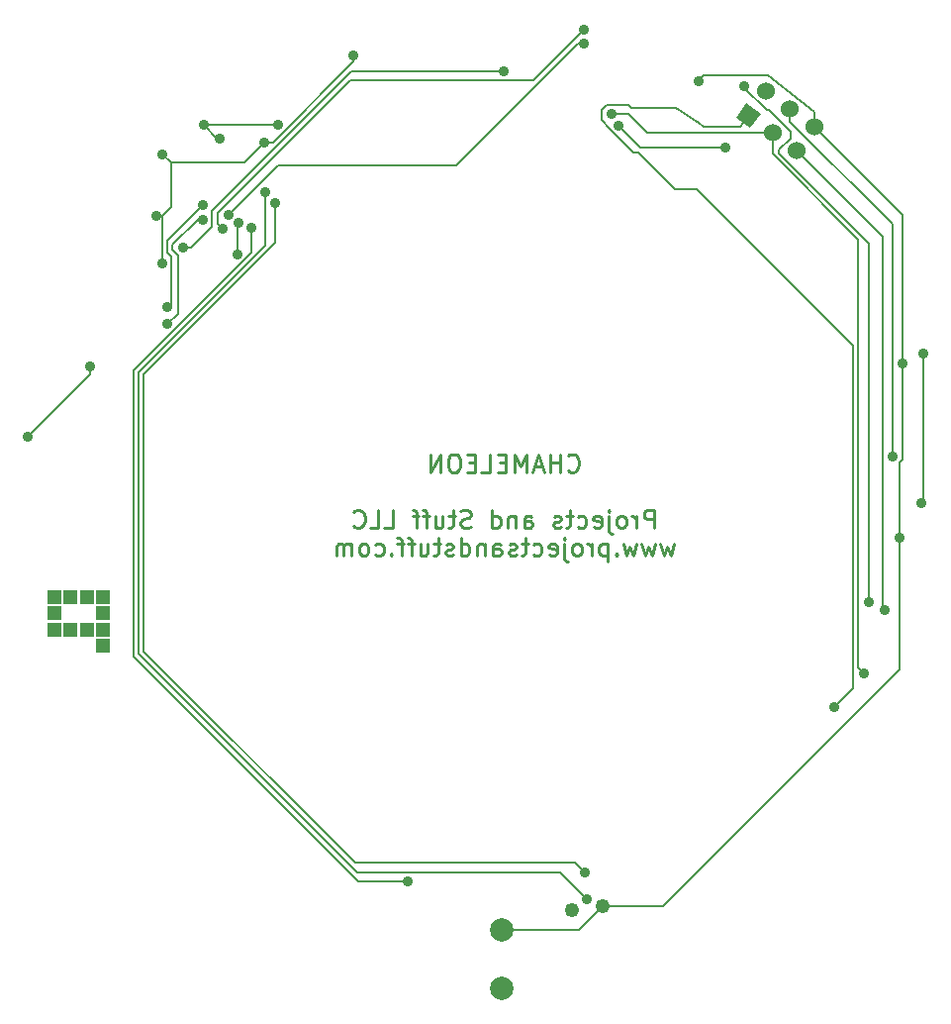
<source format=gbl>
G04 (created by PCBNEW-RS274X (2012-01-19 BZR 3256)-stable) date 12/30/2012 11:34:10 PM*
G01*
G70*
G90*
%MOIN*%
G04 Gerber Fmt 3.4, Leading zero omitted, Abs format*
%FSLAX34Y34*%
G04 APERTURE LIST*
%ADD10C,0.006000*%
%ADD11C,0.009800*%
%ADD12C,0.060000*%
%ADD13R,0.047200X0.047200*%
%ADD14C,0.049200*%
%ADD15C,0.078700*%
%ADD16C,0.035000*%
%ADD17C,0.008000*%
G04 APERTURE END LIST*
G54D10*
G54D11*
X41434Y-38139D02*
X41463Y-38167D01*
X41549Y-38196D01*
X41606Y-38196D01*
X41691Y-38167D01*
X41749Y-38110D01*
X41777Y-38053D01*
X41806Y-37939D01*
X41806Y-37853D01*
X41777Y-37739D01*
X41749Y-37682D01*
X41691Y-37624D01*
X41606Y-37596D01*
X41549Y-37596D01*
X41463Y-37624D01*
X41434Y-37653D01*
X41177Y-38196D02*
X41177Y-37596D01*
X41177Y-37882D02*
X40834Y-37882D01*
X40834Y-38196D02*
X40834Y-37596D01*
X40577Y-38024D02*
X40291Y-38024D01*
X40634Y-38196D02*
X40434Y-37596D01*
X40234Y-38196D01*
X40034Y-38196D02*
X40034Y-37596D01*
X39834Y-38024D01*
X39634Y-37596D01*
X39634Y-38196D01*
X39348Y-37882D02*
X39148Y-37882D01*
X39062Y-38196D02*
X39348Y-38196D01*
X39348Y-37596D01*
X39062Y-37596D01*
X38519Y-38196D02*
X38805Y-38196D01*
X38805Y-37596D01*
X38319Y-37882D02*
X38119Y-37882D01*
X38033Y-38196D02*
X38319Y-38196D01*
X38319Y-37596D01*
X38033Y-37596D01*
X37662Y-37596D02*
X37548Y-37596D01*
X37490Y-37624D01*
X37433Y-37682D01*
X37405Y-37796D01*
X37405Y-37996D01*
X37433Y-38110D01*
X37490Y-38167D01*
X37548Y-38196D01*
X37662Y-38196D01*
X37719Y-38167D01*
X37776Y-38110D01*
X37805Y-37996D01*
X37805Y-37796D01*
X37776Y-37682D01*
X37719Y-37624D01*
X37662Y-37596D01*
X37147Y-38196D02*
X37147Y-37596D01*
X36804Y-38196D01*
X36804Y-37596D01*
X44334Y-40072D02*
X44334Y-39472D01*
X44106Y-39472D01*
X44048Y-39500D01*
X44020Y-39529D01*
X43991Y-39586D01*
X43991Y-39672D01*
X44020Y-39729D01*
X44048Y-39758D01*
X44106Y-39786D01*
X44334Y-39786D01*
X43734Y-40072D02*
X43734Y-39672D01*
X43734Y-39786D02*
X43706Y-39729D01*
X43677Y-39700D01*
X43620Y-39672D01*
X43563Y-39672D01*
X43277Y-40072D02*
X43335Y-40043D01*
X43363Y-40015D01*
X43392Y-39958D01*
X43392Y-39786D01*
X43363Y-39729D01*
X43335Y-39700D01*
X43277Y-39672D01*
X43192Y-39672D01*
X43135Y-39700D01*
X43106Y-39729D01*
X43077Y-39786D01*
X43077Y-39958D01*
X43106Y-40015D01*
X43135Y-40043D01*
X43192Y-40072D01*
X43277Y-40072D01*
X42820Y-39672D02*
X42820Y-40186D01*
X42849Y-40243D01*
X42906Y-40272D01*
X42934Y-40272D01*
X42820Y-39472D02*
X42849Y-39500D01*
X42820Y-39529D01*
X42792Y-39500D01*
X42820Y-39472D01*
X42820Y-39529D01*
X42306Y-40043D02*
X42363Y-40072D01*
X42477Y-40072D01*
X42534Y-40043D01*
X42563Y-39986D01*
X42563Y-39758D01*
X42534Y-39700D01*
X42477Y-39672D01*
X42363Y-39672D01*
X42306Y-39700D01*
X42277Y-39758D01*
X42277Y-39815D01*
X42563Y-39872D01*
X41763Y-40043D02*
X41820Y-40072D01*
X41934Y-40072D01*
X41992Y-40043D01*
X42020Y-40015D01*
X42049Y-39958D01*
X42049Y-39786D01*
X42020Y-39729D01*
X41992Y-39700D01*
X41934Y-39672D01*
X41820Y-39672D01*
X41763Y-39700D01*
X41592Y-39672D02*
X41363Y-39672D01*
X41506Y-39472D02*
X41506Y-39986D01*
X41478Y-40043D01*
X41420Y-40072D01*
X41363Y-40072D01*
X41192Y-40043D02*
X41135Y-40072D01*
X41020Y-40072D01*
X40963Y-40043D01*
X40935Y-39986D01*
X40935Y-39958D01*
X40963Y-39900D01*
X41020Y-39872D01*
X41106Y-39872D01*
X41163Y-39843D01*
X41192Y-39786D01*
X41192Y-39758D01*
X41163Y-39700D01*
X41106Y-39672D01*
X41020Y-39672D01*
X40963Y-39700D01*
X39963Y-40072D02*
X39963Y-39758D01*
X39992Y-39700D01*
X40049Y-39672D01*
X40163Y-39672D01*
X40220Y-39700D01*
X39963Y-40043D02*
X40020Y-40072D01*
X40163Y-40072D01*
X40220Y-40043D01*
X40249Y-39986D01*
X40249Y-39929D01*
X40220Y-39872D01*
X40163Y-39843D01*
X40020Y-39843D01*
X39963Y-39815D01*
X39677Y-39672D02*
X39677Y-40072D01*
X39677Y-39729D02*
X39649Y-39700D01*
X39591Y-39672D01*
X39506Y-39672D01*
X39449Y-39700D01*
X39420Y-39758D01*
X39420Y-40072D01*
X38877Y-40072D02*
X38877Y-39472D01*
X38877Y-40043D02*
X38934Y-40072D01*
X39048Y-40072D01*
X39106Y-40043D01*
X39134Y-40015D01*
X39163Y-39958D01*
X39163Y-39786D01*
X39134Y-39729D01*
X39106Y-39700D01*
X39048Y-39672D01*
X38934Y-39672D01*
X38877Y-39700D01*
X38163Y-40043D02*
X38077Y-40072D01*
X37934Y-40072D01*
X37877Y-40043D01*
X37848Y-40015D01*
X37820Y-39958D01*
X37820Y-39900D01*
X37848Y-39843D01*
X37877Y-39815D01*
X37934Y-39786D01*
X38048Y-39758D01*
X38106Y-39729D01*
X38134Y-39700D01*
X38163Y-39643D01*
X38163Y-39586D01*
X38134Y-39529D01*
X38106Y-39500D01*
X38048Y-39472D01*
X37906Y-39472D01*
X37820Y-39500D01*
X37649Y-39672D02*
X37420Y-39672D01*
X37563Y-39472D02*
X37563Y-39986D01*
X37535Y-40043D01*
X37477Y-40072D01*
X37420Y-40072D01*
X36963Y-39672D02*
X36963Y-40072D01*
X37220Y-39672D02*
X37220Y-39986D01*
X37192Y-40043D01*
X37134Y-40072D01*
X37049Y-40072D01*
X36992Y-40043D01*
X36963Y-40015D01*
X36763Y-39672D02*
X36534Y-39672D01*
X36677Y-40072D02*
X36677Y-39558D01*
X36649Y-39500D01*
X36591Y-39472D01*
X36534Y-39472D01*
X36420Y-39672D02*
X36191Y-39672D01*
X36334Y-40072D02*
X36334Y-39558D01*
X36306Y-39500D01*
X36248Y-39472D01*
X36191Y-39472D01*
X35248Y-40072D02*
X35534Y-40072D01*
X35534Y-39472D01*
X34762Y-40072D02*
X35048Y-40072D01*
X35048Y-39472D01*
X34219Y-40015D02*
X34248Y-40043D01*
X34334Y-40072D01*
X34391Y-40072D01*
X34476Y-40043D01*
X34534Y-39986D01*
X34562Y-39929D01*
X34591Y-39815D01*
X34591Y-39729D01*
X34562Y-39615D01*
X34534Y-39558D01*
X34476Y-39500D01*
X34391Y-39472D01*
X34334Y-39472D01*
X34248Y-39500D01*
X34219Y-39529D01*
X45006Y-40610D02*
X44892Y-41010D01*
X44778Y-40724D01*
X44663Y-41010D01*
X44549Y-40610D01*
X44377Y-40610D02*
X44263Y-41010D01*
X44149Y-40724D01*
X44034Y-41010D01*
X43920Y-40610D01*
X43748Y-40610D02*
X43634Y-41010D01*
X43520Y-40724D01*
X43405Y-41010D01*
X43291Y-40610D01*
X43062Y-40953D02*
X43034Y-40981D01*
X43062Y-41010D01*
X43091Y-40981D01*
X43062Y-40953D01*
X43062Y-41010D01*
X42776Y-40610D02*
X42776Y-41210D01*
X42776Y-40638D02*
X42719Y-40610D01*
X42605Y-40610D01*
X42548Y-40638D01*
X42519Y-40667D01*
X42490Y-40724D01*
X42490Y-40896D01*
X42519Y-40953D01*
X42548Y-40981D01*
X42605Y-41010D01*
X42719Y-41010D01*
X42776Y-40981D01*
X42233Y-41010D02*
X42233Y-40610D01*
X42233Y-40724D02*
X42205Y-40667D01*
X42176Y-40638D01*
X42119Y-40610D01*
X42062Y-40610D01*
X41776Y-41010D02*
X41834Y-40981D01*
X41862Y-40953D01*
X41891Y-40896D01*
X41891Y-40724D01*
X41862Y-40667D01*
X41834Y-40638D01*
X41776Y-40610D01*
X41691Y-40610D01*
X41634Y-40638D01*
X41605Y-40667D01*
X41576Y-40724D01*
X41576Y-40896D01*
X41605Y-40953D01*
X41634Y-40981D01*
X41691Y-41010D01*
X41776Y-41010D01*
X41319Y-40610D02*
X41319Y-41124D01*
X41348Y-41181D01*
X41405Y-41210D01*
X41433Y-41210D01*
X41319Y-40410D02*
X41348Y-40438D01*
X41319Y-40467D01*
X41291Y-40438D01*
X41319Y-40410D01*
X41319Y-40467D01*
X40805Y-40981D02*
X40862Y-41010D01*
X40976Y-41010D01*
X41033Y-40981D01*
X41062Y-40924D01*
X41062Y-40696D01*
X41033Y-40638D01*
X40976Y-40610D01*
X40862Y-40610D01*
X40805Y-40638D01*
X40776Y-40696D01*
X40776Y-40753D01*
X41062Y-40810D01*
X40262Y-40981D02*
X40319Y-41010D01*
X40433Y-41010D01*
X40491Y-40981D01*
X40519Y-40953D01*
X40548Y-40896D01*
X40548Y-40724D01*
X40519Y-40667D01*
X40491Y-40638D01*
X40433Y-40610D01*
X40319Y-40610D01*
X40262Y-40638D01*
X40091Y-40610D02*
X39862Y-40610D01*
X40005Y-40410D02*
X40005Y-40924D01*
X39977Y-40981D01*
X39919Y-41010D01*
X39862Y-41010D01*
X39691Y-40981D02*
X39634Y-41010D01*
X39519Y-41010D01*
X39462Y-40981D01*
X39434Y-40924D01*
X39434Y-40896D01*
X39462Y-40838D01*
X39519Y-40810D01*
X39605Y-40810D01*
X39662Y-40781D01*
X39691Y-40724D01*
X39691Y-40696D01*
X39662Y-40638D01*
X39605Y-40610D01*
X39519Y-40610D01*
X39462Y-40638D01*
X38919Y-41010D02*
X38919Y-40696D01*
X38948Y-40638D01*
X39005Y-40610D01*
X39119Y-40610D01*
X39176Y-40638D01*
X38919Y-40981D02*
X38976Y-41010D01*
X39119Y-41010D01*
X39176Y-40981D01*
X39205Y-40924D01*
X39205Y-40867D01*
X39176Y-40810D01*
X39119Y-40781D01*
X38976Y-40781D01*
X38919Y-40753D01*
X38633Y-40610D02*
X38633Y-41010D01*
X38633Y-40667D02*
X38605Y-40638D01*
X38547Y-40610D01*
X38462Y-40610D01*
X38405Y-40638D01*
X38376Y-40696D01*
X38376Y-41010D01*
X37833Y-41010D02*
X37833Y-40410D01*
X37833Y-40981D02*
X37890Y-41010D01*
X38004Y-41010D01*
X38062Y-40981D01*
X38090Y-40953D01*
X38119Y-40896D01*
X38119Y-40724D01*
X38090Y-40667D01*
X38062Y-40638D01*
X38004Y-40610D01*
X37890Y-40610D01*
X37833Y-40638D01*
X37576Y-40981D02*
X37519Y-41010D01*
X37404Y-41010D01*
X37347Y-40981D01*
X37319Y-40924D01*
X37319Y-40896D01*
X37347Y-40838D01*
X37404Y-40810D01*
X37490Y-40810D01*
X37547Y-40781D01*
X37576Y-40724D01*
X37576Y-40696D01*
X37547Y-40638D01*
X37490Y-40610D01*
X37404Y-40610D01*
X37347Y-40638D01*
X37147Y-40610D02*
X36918Y-40610D01*
X37061Y-40410D02*
X37061Y-40924D01*
X37033Y-40981D01*
X36975Y-41010D01*
X36918Y-41010D01*
X36461Y-40610D02*
X36461Y-41010D01*
X36718Y-40610D02*
X36718Y-40924D01*
X36690Y-40981D01*
X36632Y-41010D01*
X36547Y-41010D01*
X36490Y-40981D01*
X36461Y-40953D01*
X36261Y-40610D02*
X36032Y-40610D01*
X36175Y-41010D02*
X36175Y-40496D01*
X36147Y-40438D01*
X36089Y-40410D01*
X36032Y-40410D01*
X35918Y-40610D02*
X35689Y-40610D01*
X35832Y-41010D02*
X35832Y-40496D01*
X35804Y-40438D01*
X35746Y-40410D01*
X35689Y-40410D01*
X35489Y-40953D02*
X35461Y-40981D01*
X35489Y-41010D01*
X35518Y-40981D01*
X35489Y-40953D01*
X35489Y-41010D01*
X34946Y-40981D02*
X35003Y-41010D01*
X35117Y-41010D01*
X35175Y-40981D01*
X35203Y-40953D01*
X35232Y-40896D01*
X35232Y-40724D01*
X35203Y-40667D01*
X35175Y-40638D01*
X35117Y-40610D01*
X35003Y-40610D01*
X34946Y-40638D01*
X34603Y-41010D02*
X34661Y-40981D01*
X34689Y-40953D01*
X34718Y-40896D01*
X34718Y-40724D01*
X34689Y-40667D01*
X34661Y-40638D01*
X34603Y-40610D01*
X34518Y-40610D01*
X34461Y-40638D01*
X34432Y-40667D01*
X34403Y-40724D01*
X34403Y-40896D01*
X34432Y-40953D01*
X34461Y-40981D01*
X34518Y-41010D01*
X34603Y-41010D01*
X34146Y-41010D02*
X34146Y-40610D01*
X34146Y-40667D02*
X34118Y-40638D01*
X34060Y-40610D01*
X33975Y-40610D01*
X33918Y-40638D01*
X33889Y-40696D01*
X33889Y-41010D01*
X33889Y-40696D02*
X33860Y-40638D01*
X33803Y-40610D01*
X33718Y-40610D01*
X33660Y-40638D01*
X33632Y-40696D01*
X33632Y-41010D01*
G54D10*
G36*
X47100Y-26261D02*
X47453Y-25776D01*
X47938Y-26129D01*
X47585Y-26614D01*
X47100Y-26261D01*
X47100Y-26261D01*
G37*
G54D12*
X48107Y-25386D03*
X48328Y-26783D03*
X48916Y-25973D03*
X49137Y-27370D03*
X49725Y-26561D03*
G54D13*
X25789Y-44056D03*
X25237Y-42401D03*
X24686Y-42401D03*
X24135Y-42401D03*
X25789Y-42401D03*
X25789Y-42952D03*
X25789Y-43504D03*
X24135Y-42952D03*
X24135Y-43504D03*
X25237Y-43504D03*
X24686Y-43504D03*
G54D14*
X41575Y-52953D03*
X42598Y-52795D03*
G54D15*
X39193Y-53593D03*
X39193Y-55561D03*
G54D16*
X50411Y-46121D03*
X47384Y-25223D03*
X51567Y-42571D03*
X43136Y-26530D03*
X52366Y-37667D03*
X46740Y-27261D03*
X52122Y-42847D03*
X42906Y-26142D03*
X51400Y-44967D03*
X53334Y-39240D03*
X53415Y-34205D03*
X45827Y-25039D03*
X52596Y-40396D03*
X31213Y-27092D03*
X27780Y-31164D03*
X34223Y-24176D03*
X52702Y-34526D03*
X27576Y-29589D03*
X27787Y-27494D03*
X31667Y-26508D03*
X29720Y-26960D03*
X29168Y-26510D03*
X30355Y-29815D03*
X30295Y-30876D03*
X27954Y-32652D03*
X29126Y-29212D03*
X31566Y-29150D03*
X41992Y-51661D03*
X36056Y-51969D03*
X30789Y-29964D03*
X28463Y-30646D03*
X39264Y-24703D03*
X29821Y-30004D03*
X41971Y-23308D03*
X42088Y-52587D03*
X31255Y-28779D03*
X27939Y-33219D03*
X29144Y-29692D03*
X23245Y-37006D03*
X25331Y-34635D03*
X30002Y-29555D03*
X41985Y-23766D03*
G54D17*
X46018Y-26591D02*
X45855Y-26428D01*
X45059Y-25946D02*
X43585Y-25946D01*
X43469Y-25830D02*
X42746Y-25830D01*
X43585Y-25946D02*
X43469Y-25830D01*
X45041Y-28660D02*
X45762Y-28660D01*
X43624Y-27439D02*
X43820Y-27439D01*
X42557Y-26019D02*
X42557Y-26265D01*
X43820Y-27439D02*
X45041Y-28660D01*
X42559Y-26339D02*
X42557Y-26265D01*
X51044Y-33942D02*
X51044Y-45488D01*
X47231Y-26591D02*
X47519Y-26195D01*
X45059Y-25946D02*
X45855Y-26428D01*
X42838Y-26653D02*
X43624Y-27439D01*
X47231Y-26591D02*
X46018Y-26591D01*
X51044Y-45488D02*
X50411Y-46121D01*
X45762Y-28660D02*
X51044Y-33942D01*
X42746Y-25830D02*
X42557Y-26019D01*
X42838Y-26653D02*
X42559Y-26339D01*
X48543Y-27470D02*
X48543Y-27344D01*
X51567Y-42571D02*
X51567Y-30494D01*
X48543Y-27344D02*
X48925Y-26962D01*
X48925Y-26962D02*
X48925Y-26754D01*
X48925Y-26754D02*
X48196Y-26025D01*
X48137Y-26025D02*
X47384Y-25272D01*
X47384Y-25272D02*
X47384Y-25223D01*
X48196Y-26025D02*
X48137Y-26025D01*
X51567Y-30494D02*
X48543Y-27470D01*
X43867Y-27261D02*
X46740Y-27261D01*
X48916Y-26402D02*
X52366Y-29852D01*
X52366Y-29852D02*
X52366Y-37667D01*
X48916Y-25973D02*
X48916Y-26402D01*
X43136Y-26530D02*
X43867Y-27261D01*
X52049Y-42774D02*
X52122Y-42847D01*
X49137Y-27370D02*
X52048Y-30281D01*
X52048Y-30281D02*
X52048Y-42774D01*
X52048Y-42774D02*
X52049Y-42774D01*
X43467Y-26142D02*
X44108Y-26783D01*
X51208Y-44775D02*
X51400Y-44967D01*
X44108Y-26783D02*
X48328Y-26783D01*
X42906Y-26142D02*
X43467Y-26142D01*
X48328Y-27487D02*
X51208Y-30367D01*
X51208Y-30367D02*
X51208Y-44775D01*
X48328Y-26783D02*
X48328Y-27487D01*
X53415Y-39159D02*
X53415Y-34205D01*
X53334Y-39240D02*
X53415Y-39159D01*
X45827Y-25039D02*
X46023Y-24843D01*
X27757Y-29589D02*
X27576Y-29589D01*
X39193Y-53593D02*
X41800Y-53593D01*
X30528Y-27777D02*
X31213Y-27092D01*
X28070Y-27777D02*
X30528Y-27777D01*
X28070Y-27777D02*
X28070Y-29276D01*
X41800Y-53593D02*
X42598Y-52795D01*
X49725Y-26064D02*
X48189Y-24843D01*
X49725Y-26064D02*
X49725Y-26561D01*
X46023Y-24843D02*
X48189Y-24843D01*
X28070Y-29276D02*
X27757Y-29589D01*
X27787Y-27494D02*
X28070Y-27777D01*
X52702Y-34526D02*
X52702Y-29538D01*
X52702Y-29538D02*
X49725Y-26561D01*
X34223Y-24375D02*
X34223Y-24176D01*
X44656Y-52795D02*
X42598Y-52795D01*
X52596Y-40396D02*
X52596Y-44855D01*
X31506Y-27092D02*
X34223Y-24375D01*
X52702Y-34526D02*
X52702Y-37774D01*
X52596Y-37880D02*
X52596Y-40396D01*
X52702Y-37774D02*
X52596Y-37880D01*
X52596Y-44855D02*
X44656Y-52795D01*
X27757Y-29589D02*
X27757Y-31141D01*
X31213Y-27092D02*
X31506Y-27092D01*
X27757Y-31141D02*
X27780Y-31164D01*
X29170Y-26508D02*
X29168Y-26510D01*
X31667Y-26508D02*
X29170Y-26508D01*
X29618Y-26960D02*
X29720Y-26960D01*
X29168Y-26510D02*
X29618Y-26960D01*
X30295Y-30876D02*
X30295Y-29875D01*
X30295Y-29875D02*
X30355Y-29815D01*
X27954Y-32652D02*
X28078Y-32528D01*
X27930Y-30794D02*
X27930Y-30408D01*
X27930Y-30408D02*
X29126Y-29212D01*
X28078Y-30942D02*
X27930Y-30794D01*
X28078Y-32528D02*
X28078Y-30942D01*
X41678Y-51347D02*
X41992Y-51661D01*
X34265Y-51347D02*
X41678Y-51347D01*
X31566Y-29150D02*
X31566Y-30490D01*
X27149Y-34907D02*
X27149Y-44231D01*
X31566Y-30490D02*
X27149Y-34907D01*
X27149Y-44231D02*
X34265Y-51347D01*
X26822Y-34771D02*
X30789Y-30804D01*
X26822Y-44404D02*
X26822Y-34771D01*
X36056Y-51969D02*
X34387Y-51969D01*
X34387Y-51969D02*
X26822Y-44404D01*
X30789Y-30804D02*
X30789Y-29964D01*
X28750Y-30646D02*
X28463Y-30646D01*
X29446Y-29950D02*
X28750Y-30646D01*
X34146Y-24703D02*
X29446Y-29403D01*
X39264Y-24703D02*
X34146Y-24703D01*
X29446Y-29403D02*
X29446Y-29950D01*
X41971Y-23308D02*
X40262Y-25017D01*
X34107Y-25017D02*
X29652Y-29472D01*
X40262Y-25017D02*
X34107Y-25017D01*
X29652Y-29835D02*
X29821Y-30004D01*
X29652Y-29472D02*
X29652Y-29835D01*
X34356Y-51670D02*
X41171Y-51670D01*
X41171Y-51670D02*
X42088Y-52587D01*
X26985Y-44299D02*
X34356Y-51670D01*
X31255Y-28779D02*
X31255Y-30569D01*
X31255Y-30569D02*
X26985Y-34839D01*
X26985Y-34839D02*
X26985Y-44299D01*
X29144Y-29692D02*
X28966Y-29692D01*
X28293Y-32865D02*
X27939Y-33219D01*
X28293Y-30899D02*
X28293Y-32865D01*
X28966Y-29692D02*
X28106Y-30552D01*
X28106Y-30712D02*
X28293Y-30899D01*
X28106Y-30552D02*
X28106Y-30712D01*
X25331Y-34920D02*
X25331Y-34635D01*
X23245Y-37006D02*
X25331Y-34920D01*
X31689Y-27868D02*
X30002Y-29555D01*
X37687Y-27868D02*
X31689Y-27868D01*
X41789Y-23766D02*
X37687Y-27868D01*
X41985Y-23766D02*
X41789Y-23766D01*
M02*

</source>
